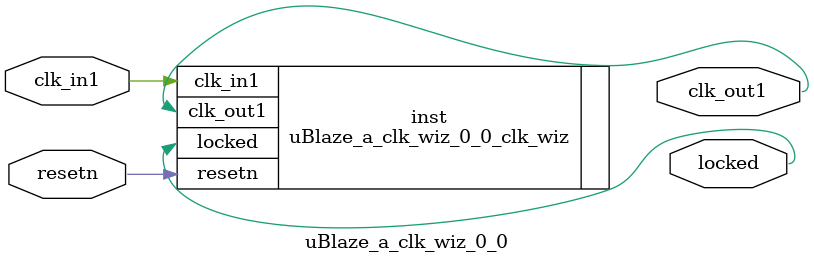
<source format=v>


`timescale 1ps/1ps

(* CORE_GENERATION_INFO = "uBlaze_a_clk_wiz_0_0,clk_wiz_v6_0_12_0_0,{component_name=uBlaze_a_clk_wiz_0_0,use_phase_alignment=true,use_min_o_jitter=false,use_max_i_jitter=false,use_dyn_phase_shift=false,use_inclk_switchover=false,use_dyn_reconfig=false,enable_axi=0,feedback_source=FDBK_AUTO,PRIMITIVE=MMCM,num_out_clk=1,clkin1_period=10.000,clkin2_period=10.000,use_power_down=false,use_reset=true,use_locked=true,use_inclk_stopped=false,feedback_type=SINGLE,CLOCK_MGR_TYPE=NA,manual_override=false}" *)

module uBlaze_a_clk_wiz_0_0 
 (
  // Clock out ports
  output        clk_out1,
  // Status and control signals
  input         resetn,
  output        locked,
 // Clock in ports
  input         clk_in1
 );

  uBlaze_a_clk_wiz_0_0_clk_wiz inst
  (
  // Clock out ports  
  .clk_out1(clk_out1),
  // Status and control signals               
  .resetn(resetn), 
  .locked(locked),
 // Clock in ports
  .clk_in1(clk_in1)
  );

endmodule

</source>
